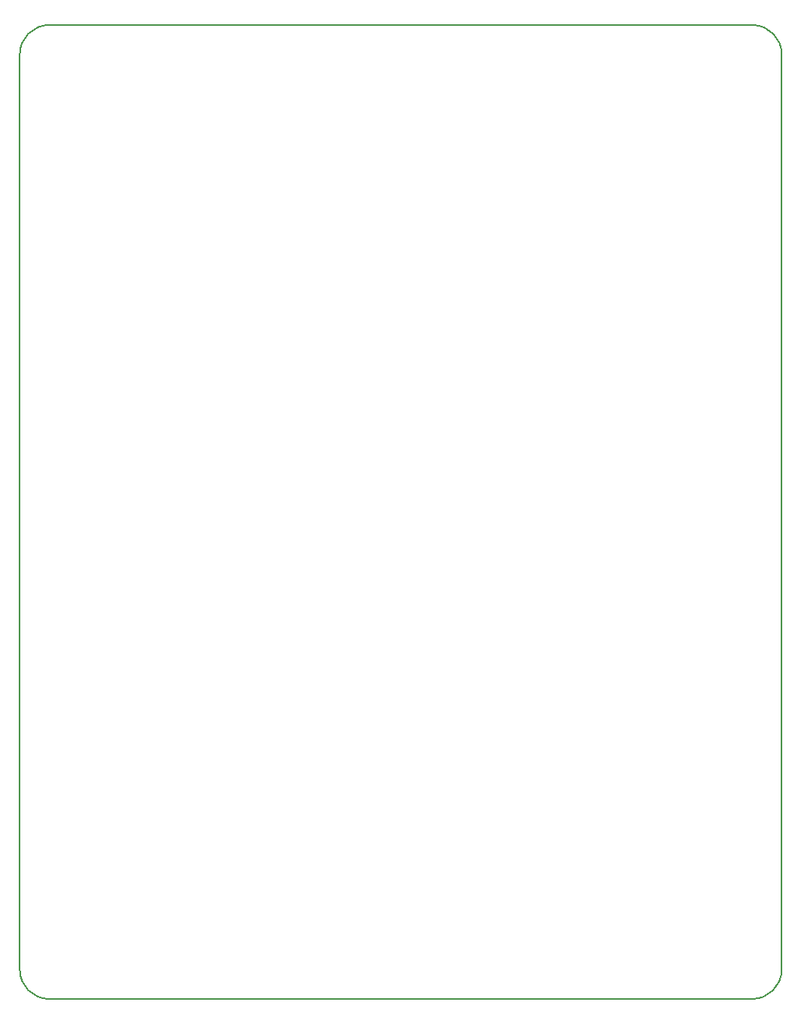
<source format=gm1>
G04 #@! TF.GenerationSoftware,KiCad,Pcbnew,7.0.2*
G04 #@! TF.CreationDate,2023-08-22T20:01:55-07:00*
G04 #@! TF.ProjectId,4x5Macro-Numpad-USBC,3478354d-6163-4726-9f2d-4e756d706164,rev?*
G04 #@! TF.SameCoordinates,Original*
G04 #@! TF.FileFunction,Profile,NP*
%FSLAX46Y46*%
G04 Gerber Fmt 4.6, Leading zero omitted, Abs format (unit mm)*
G04 Created by KiCad (PCBNEW 7.0.2) date 2023-08-22 20:01:55*
%MOMM*%
%LPD*%
G01*
G04 APERTURE LIST*
G04 #@! TA.AperFunction,Profile*
%ADD10C,0.150000*%
G04 #@! TD*
G04 APERTURE END LIST*
D10*
X193040000Y-34925000D02*
G75*
G03*
X189865000Y-31750000I-3175000J0D01*
G01*
X110490000Y-133985000D02*
X110490000Y-34925000D01*
X110490000Y-133985000D02*
G75*
G03*
X113665000Y-137160000I3175000J0D01*
G01*
X189865000Y-137160000D02*
G75*
G03*
X193040000Y-133985000I0J3175000D01*
G01*
X193040000Y-34925000D02*
X193040000Y-133985000D01*
X189865000Y-137160000D02*
X113665000Y-137160000D01*
X113665000Y-31750000D02*
X189865000Y-31750000D01*
X113665000Y-31750000D02*
G75*
G03*
X110490000Y-34925000I0J-3175000D01*
G01*
M02*

</source>
